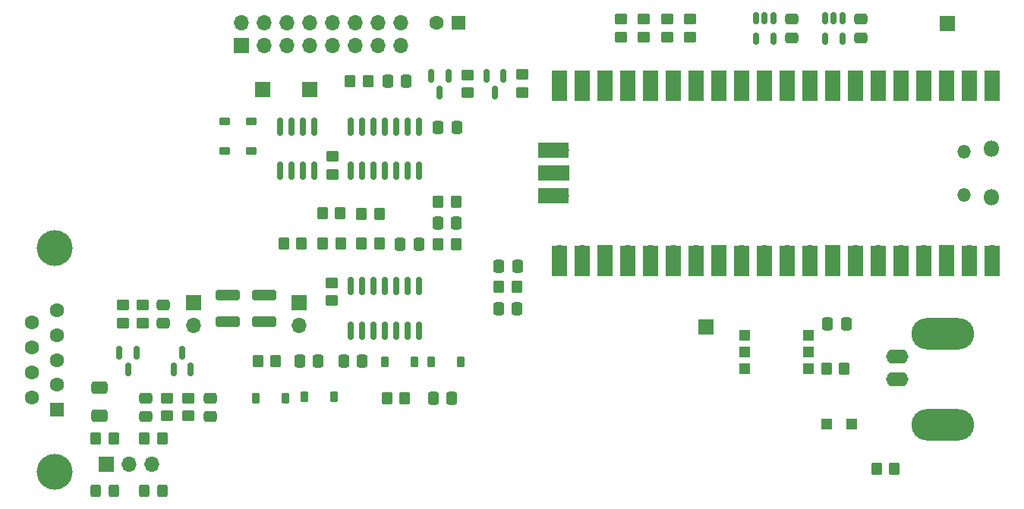
<source format=gbr>
%TF.GenerationSoftware,KiCad,Pcbnew,8.0.4*%
%TF.CreationDate,2024-10-06T11:56:08+02:00*%
%TF.ProjectId,ProbeBoardPublicV5,50726f62-6542-46f6-9172-645075626c69,5.1*%
%TF.SameCoordinates,Original*%
%TF.FileFunction,Soldermask,Top*%
%TF.FilePolarity,Negative*%
%FSLAX46Y46*%
G04 Gerber Fmt 4.6, Leading zero omitted, Abs format (unit mm)*
G04 Created by KiCad (PCBNEW 8.0.4) date 2024-10-06 11:56:08*
%MOMM*%
%LPD*%
G01*
G04 APERTURE LIST*
G04 Aperture macros list*
%AMRoundRect*
0 Rectangle with rounded corners*
0 $1 Rounding radius*
0 $2 $3 $4 $5 $6 $7 $8 $9 X,Y pos of 4 corners*
0 Add a 4 corners polygon primitive as box body*
4,1,4,$2,$3,$4,$5,$6,$7,$8,$9,$2,$3,0*
0 Add four circle primitives for the rounded corners*
1,1,$1+$1,$2,$3*
1,1,$1+$1,$4,$5*
1,1,$1+$1,$6,$7*
1,1,$1+$1,$8,$9*
0 Add four rect primitives between the rounded corners*
20,1,$1+$1,$2,$3,$4,$5,0*
20,1,$1+$1,$4,$5,$6,$7,0*
20,1,$1+$1,$6,$7,$8,$9,0*
20,1,$1+$1,$8,$9,$2,$3,0*%
G04 Aperture macros list end*
%ADD10RoundRect,0.250000X0.337500X0.475000X-0.337500X0.475000X-0.337500X-0.475000X0.337500X-0.475000X0*%
%ADD11R,1.700000X1.700000*%
%ADD12O,1.700000X1.700000*%
%ADD13RoundRect,0.150000X0.150000X-0.825000X0.150000X0.825000X-0.150000X0.825000X-0.150000X-0.825000X0*%
%ADD14RoundRect,0.250000X-0.350000X-0.450000X0.350000X-0.450000X0.350000X0.450000X-0.350000X0.450000X0*%
%ADD15RoundRect,0.150000X-0.150000X0.587500X-0.150000X-0.587500X0.150000X-0.587500X0.150000X0.587500X0*%
%ADD16O,1.800000X1.800000*%
%ADD17O,1.500000X1.500000*%
%ADD18R,1.700000X3.500000*%
%ADD19R,3.500000X1.700000*%
%ADD20RoundRect,0.250000X0.350000X0.450000X-0.350000X0.450000X-0.350000X-0.450000X0.350000X-0.450000X0*%
%ADD21RoundRect,0.250000X-0.337500X-0.475000X0.337500X-0.475000X0.337500X0.475000X-0.337500X0.475000X0*%
%ADD22RoundRect,0.250000X-0.450000X0.350000X-0.450000X-0.350000X0.450000X-0.350000X0.450000X0.350000X0*%
%ADD23RoundRect,0.150000X-0.150000X0.512500X-0.150000X-0.512500X0.150000X-0.512500X0.150000X0.512500X0*%
%ADD24RoundRect,0.150000X0.150000X-0.587500X0.150000X0.587500X-0.150000X0.587500X-0.150000X-0.587500X0*%
%ADD25RoundRect,0.250000X0.450000X-0.350000X0.450000X0.350000X-0.450000X0.350000X-0.450000X-0.350000X0*%
%ADD26R,1.270000X1.270000*%
%ADD27RoundRect,0.250000X-0.475000X0.337500X-0.475000X-0.337500X0.475000X-0.337500X0.475000X0.337500X0*%
%ADD28RoundRect,0.225000X0.375000X-0.225000X0.375000X0.225000X-0.375000X0.225000X-0.375000X-0.225000X0*%
%ADD29RoundRect,0.225000X-0.225000X-0.375000X0.225000X-0.375000X0.225000X0.375000X-0.225000X0.375000X0*%
%ADD30RoundRect,0.250000X-0.325000X-0.450000X0.325000X-0.450000X0.325000X0.450000X-0.325000X0.450000X0*%
%ADD31RoundRect,0.250000X-1.100000X0.325000X-1.100000X-0.325000X1.100000X-0.325000X1.100000X0.325000X0*%
%ADD32R,1.200000X1.200000*%
%ADD33RoundRect,0.250000X0.325000X0.450000X-0.325000X0.450000X-0.325000X-0.450000X0.325000X-0.450000X0*%
%ADD34C,4.000000*%
%ADD35R,1.600000X1.600000*%
%ADD36C,1.600000*%
%ADD37RoundRect,0.250000X0.475000X-0.337500X0.475000X0.337500X-0.475000X0.337500X-0.475000X-0.337500X0*%
%ADD38O,2.500000X1.600000*%
%ADD39O,7.000000X3.500000*%
%ADD40RoundRect,0.250000X0.650000X-0.412500X0.650000X0.412500X-0.650000X0.412500X-0.650000X-0.412500X0*%
G04 APERTURE END LIST*
D10*
%TO.C,C60*%
X150362500Y-97600000D03*
X148287500Y-97600000D03*
%TD*%
D11*
%TO.C,J2*%
X126350000Y-77740000D03*
D12*
X126350000Y-75200000D03*
X128890000Y-77740000D03*
X128890000Y-75200000D03*
X131430000Y-77740000D03*
X131430000Y-75200000D03*
X133970000Y-77740000D03*
X133970000Y-75200000D03*
X136510000Y-77740000D03*
X136510000Y-75200000D03*
X139050000Y-77740000D03*
X139050000Y-75200000D03*
X141590000Y-77740000D03*
X141590000Y-75200000D03*
X144130000Y-77740000D03*
X144130000Y-75200000D03*
%TD*%
D11*
%TO.C,J7*%
X132800000Y-106425000D03*
D12*
X132800000Y-108965000D03*
%TD*%
D13*
%TO.C,U2*%
X138540000Y-91750000D03*
X139810000Y-91750000D03*
X141080000Y-91750000D03*
X142350000Y-91750000D03*
X143620000Y-91750000D03*
X144890000Y-91750000D03*
X146160000Y-91750000D03*
X146160000Y-86800000D03*
X144890000Y-86800000D03*
X143620000Y-86800000D03*
X142350000Y-86800000D03*
X141080000Y-86800000D03*
X139810000Y-86800000D03*
X138540000Y-86800000D03*
%TD*%
D14*
%TO.C,R27*%
X139771666Y-99875000D03*
X141771666Y-99875000D03*
%TD*%
D15*
%TO.C,Q1*%
X155583332Y-81162500D03*
X153683332Y-81162500D03*
X154633332Y-83037500D03*
%TD*%
D10*
%TO.C,C55*%
X157137500Y-107100000D03*
X155062500Y-107100000D03*
%TD*%
D16*
%TO.C,U5*%
X210000000Y-89275000D03*
D17*
X206970000Y-89575000D03*
X206970000Y-94425000D03*
D16*
X210000000Y-94725000D03*
D12*
X210130000Y-83110000D03*
D18*
X210130000Y-82210000D03*
D12*
X207590000Y-83110000D03*
D18*
X207590000Y-82210000D03*
D11*
X205050000Y-83110000D03*
D18*
X205050000Y-82210000D03*
D12*
X202510000Y-83110000D03*
D18*
X202510000Y-82210000D03*
D12*
X199970000Y-83110000D03*
D18*
X199970000Y-82210000D03*
D12*
X197430000Y-83110000D03*
D18*
X197430000Y-82210000D03*
D12*
X194890000Y-83110000D03*
D18*
X194890000Y-82210000D03*
D11*
X192350000Y-83110000D03*
D18*
X192350000Y-82210000D03*
D12*
X189810000Y-83110000D03*
D18*
X189810000Y-82210000D03*
D12*
X187270000Y-83110000D03*
D18*
X187270000Y-82210000D03*
D12*
X184730000Y-83110000D03*
D18*
X184730000Y-82210000D03*
D12*
X182190000Y-83110000D03*
D18*
X182190000Y-82210000D03*
D11*
X179650000Y-83110000D03*
D18*
X179650000Y-82210000D03*
D12*
X177110000Y-83110000D03*
D18*
X177110000Y-82210000D03*
D12*
X174570000Y-83110000D03*
D18*
X174570000Y-82210000D03*
D12*
X172030000Y-83110000D03*
D18*
X172030000Y-82210000D03*
D12*
X169490000Y-83110000D03*
D18*
X169490000Y-82210000D03*
D11*
X166950000Y-83110000D03*
D18*
X166950000Y-82210000D03*
D12*
X164410000Y-83110000D03*
D18*
X164410000Y-82210000D03*
D12*
X161870000Y-83110000D03*
D18*
X161870000Y-82210000D03*
D12*
X161870000Y-100890000D03*
D18*
X161870000Y-101790000D03*
D12*
X164410000Y-100890000D03*
D18*
X164410000Y-101790000D03*
D11*
X166950000Y-100890000D03*
D18*
X166950000Y-101790000D03*
D12*
X169490000Y-100890000D03*
D18*
X169490000Y-101790000D03*
D12*
X172030000Y-100890000D03*
D18*
X172030000Y-101790000D03*
D12*
X174570000Y-100890000D03*
D18*
X174570000Y-101790000D03*
D12*
X177110000Y-100890000D03*
D18*
X177110000Y-101790000D03*
D11*
X179650000Y-100890000D03*
D18*
X179650000Y-101790000D03*
D12*
X182190000Y-100890000D03*
D18*
X182190000Y-101790000D03*
D12*
X184730000Y-100890000D03*
D18*
X184730000Y-101790000D03*
D12*
X187270000Y-100890000D03*
D18*
X187270000Y-101790000D03*
D12*
X189810000Y-100890000D03*
D18*
X189810000Y-101790000D03*
D11*
X192350000Y-100890000D03*
D18*
X192350000Y-101790000D03*
D12*
X194890000Y-100890000D03*
D18*
X194890000Y-101790000D03*
D12*
X197430000Y-100890000D03*
D18*
X197430000Y-101790000D03*
D12*
X199970000Y-100890000D03*
D18*
X199970000Y-101790000D03*
D12*
X202510000Y-100890000D03*
D18*
X202510000Y-101790000D03*
D11*
X205050000Y-100890000D03*
D18*
X205050000Y-101790000D03*
D12*
X207590000Y-100890000D03*
D18*
X207590000Y-101790000D03*
D12*
X210130000Y-100890000D03*
D18*
X210130000Y-101790000D03*
D12*
X162100000Y-89460000D03*
D19*
X161200000Y-89460000D03*
D11*
X162100000Y-92000000D03*
D19*
X161200000Y-92000000D03*
D12*
X162100000Y-94540000D03*
D19*
X161200000Y-94540000D03*
%TD*%
D20*
%TO.C,R22*%
X137400000Y-96500000D03*
X135400000Y-96500000D03*
%TD*%
%TO.C,R38*%
X157100000Y-104700000D03*
X155100000Y-104700000D03*
%TD*%
D21*
%TO.C,C71*%
X191762500Y-108800000D03*
X193837500Y-108800000D03*
%TD*%
D14*
%TO.C,R4*%
X110100000Y-121637500D03*
X112100000Y-121637500D03*
%TD*%
D21*
%TO.C,C58*%
X142662500Y-81700000D03*
X144737500Y-81700000D03*
%TD*%
D15*
%TO.C,Q2*%
X149450000Y-81162500D03*
X147550000Y-81162500D03*
X148500000Y-83037500D03*
%TD*%
D22*
%TO.C,R5*%
X120475000Y-117107500D03*
X120475000Y-119107500D03*
%TD*%
D20*
%TO.C,R39*%
X130200000Y-112975000D03*
X128200000Y-112975000D03*
%TD*%
D23*
%TO.C,U4*%
X193387500Y-74712500D03*
X192437500Y-74712500D03*
X191487500Y-74712500D03*
X191487500Y-76987500D03*
X193387500Y-76987500D03*
%TD*%
D11*
%TO.C,J4*%
X121000000Y-106425000D03*
D12*
X121000000Y-108965000D03*
%TD*%
D11*
%TO.C,J9*%
X111275000Y-124500000D03*
D12*
X113815000Y-124500000D03*
X116355000Y-124500000D03*
%TD*%
D24*
%TO.C,Q4*%
X118830000Y-113937500D03*
X120730000Y-113937500D03*
X119780000Y-112062500D03*
%TD*%
D25*
%TO.C,R14*%
X168700000Y-76800000D03*
X168700000Y-74800000D03*
%TD*%
D26*
%TO.C,TR2*%
X182505000Y-110145000D03*
X182505000Y-112000000D03*
X182505000Y-113855000D03*
X189615000Y-113855000D03*
X189615000Y-112000000D03*
X189615000Y-110145000D03*
%TD*%
D27*
%TO.C,C1*%
X122900000Y-117100000D03*
X122900000Y-119175000D03*
%TD*%
D10*
%TO.C,C59*%
X146150000Y-99905000D03*
X144075000Y-99905000D03*
%TD*%
D27*
%TO.C,C5*%
X195475000Y-74837500D03*
X195475000Y-76912500D03*
%TD*%
D22*
%TO.C,R10*%
X151566666Y-81030000D03*
X151566666Y-83030000D03*
%TD*%
D28*
%TO.C,CR3*%
X127445000Y-89550000D03*
X127445000Y-86250000D03*
%TD*%
D29*
%TO.C,CR5*%
X142395000Y-113050000D03*
X145695000Y-113050000D03*
%TD*%
D10*
%TO.C,C61*%
X134937500Y-113000000D03*
X132862500Y-113000000D03*
%TD*%
D20*
%TO.C,R56*%
X193600000Y-113800000D03*
X191600000Y-113800000D03*
%TD*%
D15*
%TO.C,Q5*%
X114670000Y-112062500D03*
X112770000Y-112062500D03*
X113720000Y-113937500D03*
%TD*%
D14*
%TO.C,R28*%
X148295000Y-95227500D03*
X150295000Y-95227500D03*
%TD*%
D23*
%TO.C,U6*%
X185675000Y-74712500D03*
X184725000Y-74712500D03*
X183775000Y-74712500D03*
X183775000Y-76987500D03*
X185675000Y-76987500D03*
%TD*%
D27*
%TO.C,C2*%
X115655000Y-117100000D03*
X115655000Y-119175000D03*
%TD*%
D20*
%TO.C,R30*%
X140500000Y-81700000D03*
X138500000Y-81700000D03*
%TD*%
D11*
%TO.C,TP2*%
X205100000Y-75300000D03*
%TD*%
D27*
%TO.C,C4*%
X187750000Y-74837500D03*
X187750000Y-76912500D03*
%TD*%
D30*
%TO.C,D3*%
X110120000Y-127441250D03*
X112170000Y-127441250D03*
%TD*%
D31*
%TO.C,C52*%
X128870000Y-105650000D03*
X128870000Y-108600000D03*
%TD*%
D22*
%TO.C,R24*%
X115355000Y-106725000D03*
X115355000Y-108725000D03*
%TD*%
D20*
%TO.C,R25*%
X141775000Y-96525000D03*
X139775000Y-96525000D03*
%TD*%
D10*
%TO.C,C62*%
X139837500Y-113000000D03*
X137762500Y-113000000D03*
%TD*%
D29*
%TO.C,CR7*%
X127950000Y-117100000D03*
X131250000Y-117100000D03*
%TD*%
D13*
%TO.C,U3*%
X138540000Y-109575000D03*
X139810000Y-109575000D03*
X141080000Y-109575000D03*
X142350000Y-109575000D03*
X143620000Y-109575000D03*
X144890000Y-109575000D03*
X146160000Y-109575000D03*
X146160000Y-104625000D03*
X144890000Y-104625000D03*
X143620000Y-104625000D03*
X142350000Y-104625000D03*
X141080000Y-104625000D03*
X139810000Y-104625000D03*
X138540000Y-104625000D03*
%TD*%
D32*
%TO.C,D1*%
X194400000Y-120000000D03*
X191600000Y-120000000D03*
%TD*%
D21*
%TO.C,C7*%
X155075000Y-102400000D03*
X157150000Y-102400000D03*
%TD*%
D14*
%TO.C,R52*%
X197200000Y-125000000D03*
X199200000Y-125000000D03*
%TD*%
D33*
%TO.C,D2*%
X117550000Y-127441250D03*
X115500000Y-127441250D03*
%TD*%
D11*
%TO.C,TP8*%
X178200000Y-109200000D03*
%TD*%
D10*
%TO.C,C53*%
X150392500Y-86900000D03*
X148317500Y-86900000D03*
%TD*%
D29*
%TO.C,CR13*%
X133350000Y-117000000D03*
X136650000Y-117000000D03*
%TD*%
D22*
%TO.C,R33*%
X136475000Y-104225000D03*
X136475000Y-106225000D03*
%TD*%
D28*
%TO.C,CR4*%
X124500000Y-89550000D03*
X124500000Y-86250000D03*
%TD*%
D34*
%TO.C,J1*%
X105500000Y-100360000D03*
X105500000Y-125360000D03*
D35*
X105800000Y-118400000D03*
D36*
X105800000Y-115630000D03*
X105800000Y-112860000D03*
X105800000Y-110090000D03*
X105800000Y-107320000D03*
X102960000Y-117015000D03*
X102960000Y-114245000D03*
X102960000Y-111475000D03*
X102960000Y-108705000D03*
%TD*%
D11*
%TO.C,TP1*%
X128700000Y-82700000D03*
%TD*%
D25*
%TO.C,R15*%
X176400000Y-76800000D03*
X176400000Y-74800000D03*
%TD*%
D29*
%TO.C,CR6*%
X147520000Y-113050000D03*
X150820000Y-113050000D03*
%TD*%
D20*
%TO.C,R29*%
X150295000Y-99972500D03*
X148295000Y-99972500D03*
%TD*%
D13*
%TO.C,U1*%
X130720000Y-91750000D03*
X131990000Y-91750000D03*
X133260000Y-91750000D03*
X134530000Y-91750000D03*
X134530000Y-86800000D03*
X133260000Y-86800000D03*
X131990000Y-86800000D03*
X130720000Y-86800000D03*
%TD*%
D10*
%TO.C,C56*%
X149837500Y-117120000D03*
X147762500Y-117120000D03*
%TD*%
D37*
%TO.C,C54*%
X117600000Y-108792500D03*
X117600000Y-106717500D03*
%TD*%
D25*
%TO.C,R23*%
X113140000Y-108725000D03*
X113140000Y-106725000D03*
%TD*%
D31*
%TO.C,C51*%
X124870000Y-105650000D03*
X124870000Y-108600000D03*
%TD*%
D25*
%TO.C,R11*%
X157700000Y-83000000D03*
X157700000Y-81000000D03*
%TD*%
D38*
%TO.C,J10*%
X199525000Y-115025000D03*
D39*
X204605000Y-109945000D03*
D38*
X199525000Y-112485000D03*
D39*
X204605000Y-120105000D03*
%TD*%
D20*
%TO.C,R41*%
X144600000Y-117150000D03*
X142600000Y-117150000D03*
%TD*%
D40*
%TO.C,F1*%
X110500000Y-119062500D03*
X110500000Y-115937500D03*
%TD*%
D22*
%TO.C,R6*%
X118080000Y-117107500D03*
X118080000Y-119107500D03*
%TD*%
D11*
%TO.C,TP4*%
X134000000Y-82700000D03*
%TD*%
D35*
%TO.C,C3*%
X150605112Y-75200000D03*
D36*
X148105112Y-75200000D03*
%TD*%
D14*
%TO.C,R26*%
X131075000Y-99875000D03*
X133075000Y-99875000D03*
%TD*%
D20*
%TO.C,R31*%
X137460833Y-99875000D03*
X135460833Y-99875000D03*
%TD*%
D25*
%TO.C,R16*%
X173833332Y-76800000D03*
X173833332Y-74800000D03*
%TD*%
%TO.C,R13*%
X171266666Y-76800000D03*
X171266666Y-74800000D03*
%TD*%
D20*
%TO.C,R3*%
X117525000Y-121637500D03*
X115525000Y-121637500D03*
%TD*%
D25*
%TO.C,R32*%
X136550000Y-92125000D03*
X136550000Y-90125000D03*
%TD*%
M02*

</source>
